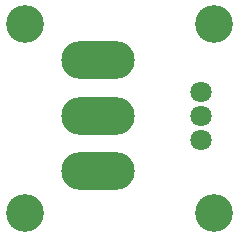
<source format=gts>
G04*
G04 #@! TF.GenerationSoftware,Altium Limited,Altium Designer,19.1.3 (30)*
G04*
G04 Layer_Color=8388736*
%FSLAX25Y25*%
%MOIN*%
G70*
G01*
G75*
%ADD12C,0.07099*%
%ADD13O,0.24500X0.12650*%
%ADD14C,0.12611*%
D12*
X66658Y32500D02*
D03*
X66579Y40374D02*
D03*
Y48248D02*
D03*
D13*
X32500Y21996D02*
D03*
Y40500D02*
D03*
Y59004D02*
D03*
D14*
X7874Y70866D02*
D03*
X70866D02*
D03*
Y7874D02*
D03*
X7874D02*
D03*
M02*

</source>
